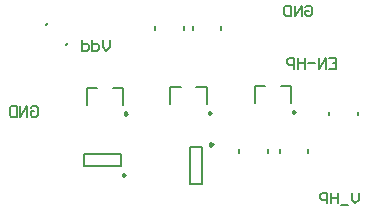
<source format=gbo>
G04*
G04 #@! TF.GenerationSoftware,Altium Limited,Altium Designer,18.1.6 (161)*
G04*
G04 Layer_Color=16777215*
%FSLAX25Y25*%
%MOIN*%
G70*
G01*
G75*
%ADD10C,0.00984*%
%ADD11C,0.00787*%
%ADD12C,0.00500*%
G54D10*
X453721Y252000D02*
X452982Y252426D01*
Y251574D01*
X453721Y252000D01*
X482833Y262287D02*
X482095Y262713D01*
Y261861D01*
X482833Y262287D01*
X454480Y272480D02*
X453742Y272906D01*
Y272054D01*
X454480Y272480D01*
X510480Y273028D02*
X509742Y273454D01*
Y272601D01*
X510480Y273028D01*
X482302Y272781D02*
X481564Y273208D01*
Y272355D01*
X482302Y272781D01*
G54D11*
X427242Y301923D02*
X428077Y302758D01*
X433923Y295242D02*
X434758Y296077D01*
X473224Y300409D02*
Y301590D01*
X463776Y300409D02*
Y301590D01*
X531224Y271909D02*
Y273091D01*
X521776Y271909D02*
Y273091D01*
X485724Y300409D02*
Y301590D01*
X476276Y300409D02*
Y301590D01*
X501224Y259531D02*
Y260712D01*
X491776Y259531D02*
Y260712D01*
X514724Y259531D02*
Y260712D01*
X505276Y259531D02*
Y260712D01*
X452343Y255051D02*
Y258988D01*
X440138Y255051D02*
Y258988D01*
Y255051D02*
X452343D01*
X440138Y258988D02*
X452343D01*
X475353Y249197D02*
Y261401D01*
X479290Y249197D02*
Y261401D01*
X475353Y249197D02*
X479290D01*
X475353Y261401D02*
X479290D01*
X440898Y281043D02*
X444343D01*
X440898Y275532D02*
Y281043D01*
X449657D02*
X453102D01*
Y275532D02*
Y281043D01*
X496898Y281591D02*
X500343D01*
X496898Y276079D02*
Y281591D01*
X505657D02*
X509102D01*
Y276079D02*
Y281591D01*
X468719Y281345D02*
X472164D01*
X468719Y275833D02*
Y281345D01*
X477479D02*
X480924D01*
Y275833D02*
Y281345D01*
G54D12*
X521667Y290999D02*
X524000D01*
Y287500D01*
X521667D01*
X524000Y289249D02*
X522834D01*
X520501Y287500D02*
Y290999D01*
X518168Y287500D01*
Y290999D01*
X517002Y289249D02*
X514670D01*
X513503Y290999D02*
Y287500D01*
Y289249D01*
X511171D01*
Y290999D01*
Y287500D01*
X510005D02*
Y290999D01*
X508255D01*
X507672Y290416D01*
Y289249D01*
X508255Y288666D01*
X510005D01*
X531621Y246082D02*
Y243749D01*
X530455Y242583D01*
X529289Y243749D01*
Y246082D01*
X528123Y242000D02*
X525790D01*
X524624Y246082D02*
Y242583D01*
Y244333D01*
X522291D01*
Y246082D01*
Y242583D01*
X521125D02*
Y246082D01*
X519375D01*
X518792Y245499D01*
Y244333D01*
X519375Y243749D01*
X521125D01*
X448500Y296999D02*
Y294666D01*
X447334Y293500D01*
X446167Y294666D01*
Y296999D01*
X442668D02*
Y293500D01*
X444418D01*
X445001Y294083D01*
Y295249D01*
X444418Y295833D01*
X442668D01*
X439170Y296999D02*
Y293500D01*
X440919D01*
X441502Y294083D01*
Y295249D01*
X440919Y295833D01*
X439170D01*
X422167Y274416D02*
X422751Y274999D01*
X423917D01*
X424500Y274416D01*
Y272083D01*
X423917Y271500D01*
X422751D01*
X422167Y272083D01*
Y273249D01*
X423334D01*
X421001Y271500D02*
Y274999D01*
X418669Y271500D01*
Y274999D01*
X417502D02*
Y271500D01*
X415753D01*
X415170Y272083D01*
Y274416D01*
X415753Y274999D01*
X417502D01*
X513667Y307924D02*
X514251Y308507D01*
X515417D01*
X516000Y307924D01*
Y305592D01*
X515417Y305008D01*
X514251D01*
X513667Y305592D01*
Y306758D01*
X514834D01*
X512501Y305008D02*
Y308507D01*
X510169Y305008D01*
Y308507D01*
X509002D02*
Y305008D01*
X507253D01*
X506670Y305592D01*
Y307924D01*
X507253Y308507D01*
X509002D01*
M02*

</source>
